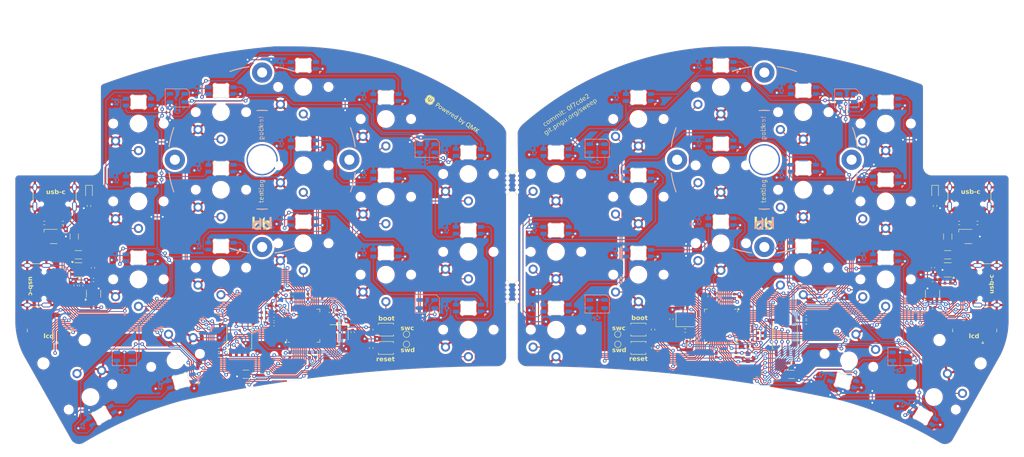
<source format=kicad_pcb>
(kicad_pcb
	(version 20241229)
	(generator "pcbnew")
	(generator_version "9.0")
	(general
		(thickness 1.6)
		(legacy_teardrops no)
	)
	(paper "A4")
	(title_block
		(title "sweep")
		(date "2025-05-24")
		(rev "0.2.0")
		(company "pngu.org")
		(comment 1 "Solderpad Hardware License v2.1")
	)
	(layers
		(0 "F.Cu" signal)
		(2 "B.Cu" signal)
		(9 "F.Adhes" user "F.Adhesive")
		(11 "B.Adhes" user "B.Adhesive")
		(13 "F.Paste" user)
		(15 "B.Paste" user)
		(5 "F.SilkS" user "F.Silkscreen")
		(7 "B.SilkS" user "B.Silkscreen")
		(1 "F.Mask" user)
		(3 "B.Mask" user)
		(17 "Dwgs.User" user "User.Drawings")
		(19 "Cmts.User" user "User.Comments")
		(21 "Eco1.User" user "User.Eco1")
		(23 "Eco2.User" user "User.Eco2")
		(25 "Edge.Cuts" user)
		(27 "Margin" user)
		(31 "F.CrtYd" user "F.Courtyard")
		(29 "B.CrtYd" user "B.Courtyard")
		(35 "F.Fab" user)
		(33 "B.Fab" user)
	)
	(setup
		(pad_to_mask_clearance 0)
		(allow_soldermask_bridges_in_footprints no)
		(tenting front back)
		(pcbplotparams
			(layerselection 0x00000000_00000000_55555555_5755f5ff)
			(plot_on_all_layers_selection 0x00000000_00000000_00000000_00000000)
			(disableapertmacros no)
			(usegerberextensions yes)
			(usegerberattributes yes)
			(usegerberadvancedattributes yes)
			(creategerberjobfile yes)
			(dashed_line_dash_ratio 12.000000)
			(dashed_line_gap_ratio 3.000000)
			(svgprecision 6)
			(plotframeref no)
			(mode 1)
			(useauxorigin no)
			(hpglpennumber 1)
			(hpglpenspeed 20)
			(hpglpendiameter 15.000000)
			(pdf_front_fp_property_popups yes)
			(pdf_back_fp_property_popups yes)
			(pdf_metadata yes)
			(pdf_single_document no)
			(dxfpolygonmode yes)
			(dxfimperialunits yes)
			(dxfusepcbnewfont yes)
			(psnegative no)
			(psa4output no)
			(plot_black_and_white yes)
			(sketchpadsonfab no)
			(plotpadnumbers no)
			(hidednponfab no)
			(sketchdnponfab yes)
			(crossoutdnponfab yes)
			(subtractmaskfromsilk yes)
			(outputformat 1)
			(mirror no)
			(drillshape 0)
			(scaleselection 1)
			(outputdirectory "production/")
		)
	)
	(net 0 "")
	(net 1 "SW1_L")
	(net 2 "GND")
	(net 3 "SW2_L")
	(net 4 "SW3_L")
	(net 5 "SW4_L")
	(net 6 "SW5_L")
	(net 7 "SW6_L")
	(net 8 "SW7_L")
	(net 9 "SW8_L")
	(net 10 "SW9_L")
	(net 11 "SW10_L")
	(net 12 "SW11_L")
	(net 13 "SW12_L")
	(net 14 "SW13_L")
	(net 15 "SW14_L")
	(net 16 "SW15_L")
	(net 17 "SW16_L")
	(net 18 "SW17_L")
	(net 19 "SW1_R")
	(net 20 "SW6_R")
	(net 21 "SW11_R")
	(net 22 "SW2_R")
	(net 23 "SW7_R")
	(net 24 "SW12_R")
	(net 25 "SW3_R")
	(net 26 "SW8_R")
	(net 27 "SW13_R")
	(net 28 "SW4_R")
	(net 29 "SW9_R")
	(net 30 "SW14_R")
	(net 31 "SW16_R")
	(net 32 "SW5_R")
	(net 33 "SW10_R")
	(net 34 "SW15_R")
	(net 35 "SW17_R")
	(net 36 "+5V")
	(net 37 "+3V3")
	(net 38 "+1V1")
	(net 39 "Net-(C10-Pad2)")
	(net 40 "XIN_L")
	(net 41 "VBUS")
	(net 42 "Net-(J1-CC1)")
	(net 43 "XIN_R")
	(net 44 "unconnected-(J1-SBU1-PadA8)")
	(net 45 "L_D+")
	(net 46 "unconnected-(J1-SBU2-PadB8)")
	(net 47 "Net-(J1-CC2)")
	(net 48 "L_D-")
	(net 49 "SWC_L")
	(net 50 "RESET_L")
	(net 51 "unconnected-(J3-CC2-PadB5)")
	(net 52 "unconnected-(J3-CC1-PadA5)")
	(net 53 "unconnected-(J5-CC1-PadA5)")
	(net 54 "unconnected-(J5-CC2-PadB5)")
	(net 55 "unconnected-(J3-SBU2-PadB8)")
	(net 56 "TX_L")
	(net 57 "unconnected-(J3-SBU1-PadA8)")
	(net 58 "RX_L")
	(net 59 "Net-(U1-USB_DP)")
	(net 60 "Net-(U1-USB_DM)")
	(net 61 "SWD_L")
	(net 62 "Net-(R7-Pad1)")
	(net 63 "R_D-")
	(net 64 "Net-(R8-Pad1)")
	(net 65 "HAND_L")
	(net 66 "R_D+")
	(net 67 "Net-(C22-Pad2)")
	(net 68 "LCD_CS_L")
	(net 69 "Net-(J4-CC2)")
	(net 70 "Net-(J4-CC1)")
	(net 71 "unconnected-(J4-SBU1-PadA8)")
	(net 72 "unconnected-(J4-SBU2-PadB8)")
	(net 73 "Net-(U11-+)")
	(net 74 "LCD_RST_L")
	(net 75 "SPI_MOSI_L")
	(net 76 "unconnected-(J5-SBU1-PadA8)")
	(net 77 "SWC_R")
	(net 78 "SWD_R")
	(net 79 "LCD_CS_R")
	(net 80 "unconnected-(J5-SBU2-PadB8)")
	(net 81 "RESET_R")
	(net 82 "LCD_BL_L")
	(net 83 "Net-(U12-+)")
	(net 84 "XOUT_L")
	(net 85 "unconnected-(U1-GPIO29_ADC3-Pad41)")
	(net 86 "unconnected-(U3-IO2-Pad3)")
	(net 87 "unconnected-(U3-IO3-Pad4)")
	(net 88 "RX_R")
	(net 89 "TX_R")
	(net 90 "Net-(U5-USB_DP)")
	(net 91 "Net-(U5-USB_DM)")
	(net 92 "Net-(R15-Pad1)")
	(net 93 "Net-(R17-Pad2)")
	(net 94 "QSEL_L")
	(net 95 "SPI_MISO_L")
	(net 96 "SPI_SCK_L")
	(net 97 "VOLT_MEAS_L")
	(net 98 "HAND_R")
	(net 99 "VOLT_MEAS_R")
	(net 100 "SPI_MISO_R")
	(net 101 "unconnected-(U5-GPIO29_ADC3-Pad41)")
	(net 102 "LCD_RST_R")
	(net 103 "LCD_BL_R")
	(net 104 "unconnected-(U6-IO3-Pad4)")
	(net 105 "unconnected-(U6-IO2-Pad3)")
	(net 106 "QSEL_R")
	(net 107 "XOUT_R")
	(net 108 "QIO0_L")
	(net 109 "QIO3_L")
	(net 110 "QIO1_L")
	(net 111 "Net-(D1-A)")
	(net 112 "QIO2_L")
	(net 113 "QCLK_L")
	(net 114 "Net-(D2-A)")
	(net 115 "QIO3_R")
	(net 116 "QIO0_R")
	(net 117 "QCLK_R")
	(net 118 "QIO2_R")
	(net 119 "QIO1_R")
	(net 120 "LED_L")
	(net 121 "LED_R")
	(net 122 "LED_5V_L")
	(net 123 "LED_5V_R")
	(net 124 "ULED_L")
	(net 125 "Net-(LED1-DIN)")
	(net 126 "Net-(LED2-DIN)")
	(net 127 "Net-(LED3-DIN)")
	(net 128 "Net-(LED4-DIN)")
	(net 129 "Net-(LED5-DIN)")
	(net 130 "Net-(LED11-DOUT)")
	(net 131 "Net-(LED6-DIN)")
	(net 132 "Net-(LED7-DIN)")
	(net 133 "Net-(LED8-DIN)")
	(net 134 "Net-(LED10-DIN)")
	(net 135 "Net-(LED11-DIN)")
	(net 136 "Net-(LED10-DOUT)")
	(net 137 "Net-(LED12-DOUT)")
	(net 138 "Net-(LED13-DOUT)")
	(net 139 "Net-(LED14-DOUT)")
	(net 140 "Net-(LED16-DIN)")
	(net 141 "Net-(LED18-DIN)")
	(net 142 "Net-(LED19-DIN)")
	(net 143 "Net-(LED20-DIN)")
	(net 144 "Net-(LED19-DOUT)")
	(net 145 "Net-(LED21-DIN)")
	(net 146 "Net-(LED22-DOUT)")
	(net 147 "Net-(LED23-DIN)")
	(net 148 "Net-(LED24-DIN)")
	(net 149 "Net-(LED25-DOUT)")
	(net 150 "Net-(LED26-DIN)")
	(net 151 "Net-(LED27-DIN)")
	(net 152 "Net-(LED28-DOUT)")
	(net 153 "Net-(LED29-DIN)")
	(net 154 "Net-(LED30-DOUT)")
	(net 155 "Net-(LED31-DIN)")
	(net 156 "Net-(LED33-DIN)")
	(net 157 "SPI_MOSI_R")
	(net 158 "Net-(D3-DOUT)")
	(net 159 "Net-(D4-DOUT)")
	(net 160 "Net-(D5-DOUT)")
	(net 161 "unconnected-(D6-DOUT-Pad2)")
	(net 162 "Net-(D7-DOUT)")
	(net 163 "Net-(D10-DOUT)")
	(net 164 "unconnected-(D8-DOUT-Pad2)")
	(net 165 "Net-(D10-DIN)")
	(net 166 "ULED_R")
	(net 167 "SPI_SCK_R")
	(net 168 "CURR_MEAS_L")
	(net 169 "CURR_MEAS_R")
	(footprint "Duckyb-Parts:mouse-bite-5mm-slot-with-space-for-track" (layer "F.Cu") (at 150.516 80.628))
	(footprint "Duckyb-Parts:mouse-bite-5mm-slot-with-space-for-track" (layer "F.Cu") (at 150.516 104.504))
	(footprint "Capacitor_SMD:C_0402_1005Metric" (layer "F.Cu") (at 59.1 107.85 180))
	(footprint "PCM_marbastlib-choc:SW_choc_v1_1u" (layer "F.Cu") (at 196.07 93.836))
	(footprint "PCM_marbastlib-choc:SW_choc_v1_1u" (layer "F.Cu") (at 140.946 112.702))
	(footprint "Capacitor_SMD:C_0402_1005Metric" (layer "F.Cu") (at 195.07 118.24 -90))
	(footprint "Capacitor_SMD:C_0603_1608Metric" (layer "F.Cu") (at 98.97 104.45 90))
	(footprint "PCM_marbastlib-choc:SW_choc_v1_1u" (layer "F.Cu") (at 140.946 95.702))
	(footprint "PCM_marbastlib-choc:SW_choc_v1_1u" (layer "F.Cu") (at 104.902 59.702))
	(footprint "Resistor_SMD:R_0402_1005Metric" (layer "F.Cu") (at 107.55 118.26 -90))
	(footprint "TestPoint:TestPoint_Pad_D1.0mm" (layer "F.Cu") (at 127.428 113.694 -90))
	(footprint "Resistor_SMD:R_0402_1005Metric" (layer "F.Cu") (at 188.28 112.9))
	(footprint "PCM_marbastlib-choc:SW_choc_v1_1u" (layer "F.Cu") (at 86.914 65.202))
	(footprint "Capacitor_SMD:C_0402_1005Metric" (layer "F.Cu") (at 98.49 108.68 180))
	(footprint "Button_Switch_SMD:SW_SPST_B3U-1000P" (layer "F.Cu") (at 122.928 116.694 180))
	(footprint "PCM_marbastlib-choc:SW_choc_v1_1u" (layer "F.Cu") (at 178.07 100.69))
	(footprint "TestPoint:TestPoint_Pad_D1.0mm" (layer "F.Cu") (at 127.428 115.894 -90))
	(footprint "Capacitor_SMD:C_0402_1005Metric" (layer "F.Cu") (at 98.49 111.54 180))
	(footprint "Package_DFN_QFN:QFN-56-1EP_7x7mm_P0.4mm_EP3.2x3.2mm" (layer "F.Cu") (at 196.07 111.836 -90))
	(footprint "PCM_marbastlib-various:SOT-23-6-routable" (layer "F.Cu") (at 50.38 92.36))
	(footprint "Button_Switch_SMD:SW_SPST_B3U-1000P" (layer "F.Cu") (at 178.07 116.69))
	(footprint "PCM_marbastlib-choc:SW_choc_v1_1u" (layer "F.Cu") (at 140.946 78.702))
	(footprint "Package_SO:SOIC-8_5.23x5.23mm_P1.27mm" (layer "F.Cu") (at 90.914 114.17 90))
	(footprint "Resistor_SMD:R_0402_1005Metric" (layer "F.Cu") (at 204.67 113.42 180))
	(footprint "PCM_marbastlib-choc:SW_choc_v1_1u" (layer "F.Cu") (at 214.07 82.152))
	(footprint "Capacitor_SMD:C_0402_1005Metric" (layer "F.Cu") (at 59.1 101.85 180))
	(footprint "PCM_marbastlib-choc:SW_choc_v1_1u" (layer "F.Cu") (at 122.928 66.702))
	(footprint "Resistor_SMD:R_0402_1005Metric" (layer "F.Cu") (at 119.728 116.694 90))
	(footprint "PCM_marbastlib-choc:SW_choc_v1_1u" (layer "F.Cu") (at 232.07 67.702))
	(footprint "Package_TO_SOT_SMD:SOT-563" (layer "F.Cu") (at 92.34 122.43 180))
	(footprint "Resistor_SMD:R_0402_1005Metric" (layer "F.Cu") (at 56.4 103.06 -90))
	(footprint "Capacitor_SMD:C_0402_1005Metric" (layer "F.Cu") (at 189.97 114.736 -90))
	(footprint "Resistor_SMD:R_0402_1005Metric" (layer "F.Cu") (at 55.2 103.06 90))
	(footprint "Resistor_SMD:R_0402_1005Metric" (layer "F.Cu") (at 181.27 116.69 90))
	(footprint "Capacitor_SMD:C_0402_1005Metric" (layer "F.Cu") (at 58.98 99.19 -90))
	(footprint "Capacitor_SMD:C_0402_1005Metric"
		(layer "F.Cu")
		(uuid "493166d2-42ac-464a-a943-3e016aaf10d3")
		(at 202.47 111.92)
		(descr "Capacitor SMD 0402 (1005 Metric), square (rectangular) end terminal, IPC_7351 nominal, (Body size source: IPC-SM-782 page 76, https://www.pcb-3d.com/wordpress/wp-content/uploads/ipc-sm-782a_amendment_1_and_2.pdf), generated with kicad-footprint-generator")
		(tags "capacitor")
		(property "Reference" "C5"
			(at 0 -1.16 0)
			(layer "F.SilkS")
			(hide yes)
			(uuid "c205b897-7ad1-4061-8148-a3294dbbf326")
			(effects
				(font
					(size 1 1)
					(thickness 0.15)
				)
			)
		)
		(property "Value" "100n"
			(at 0 1.16 0)
			(layer "F.Fab")
			(uuid "71a659c2-292e-4238-a25e-98b9c754fbe7")
			(effects
				(font
					(size 1 1)
					(thickness 0.15)
				)
			)
		)
		(property "Datasheet" ""
			(at 0 0 0)
			(unlocked yes)
			(layer "F.Fab")
			(hide yes)
			(uuid "9805d1a4-3981-4941-a8dc-46ded1b43593")
			(effects
				(font
					(size 1.27 1.27)
					(thickness 0.15)
				)
			)
		)
		(property "Description" "Unpolarized capacitor, small symbol"
			(at 0 0 0)
			(unlocked yes)
			(layer "F.Fab")
			(hide yes)
			(uuid "ee8f43f5-dcfb-4600-9691-a2f478bba178")
			(effects
				(font
					(size 1.27 1.27)
					(thickness 0.15)
				)
			)
		)
		(property ki_fp_filters "C_*")
		(path "/acf4bbc5-12e7-4548-973e-9e6584d710bf")
		(sheetname "/")
		(sheetfile "sweep.kicad_sch")
		(attr smd)
		(fp_line
			(start -0.107836 -0.36)
			(end 0.107836 -0.36)
			(stroke
				(width 0.12)
				(type solid)
			)
			(layer "F.SilkS")
			(uuid "c35e5c07-6250-401a-a4ec-2f562d56753f")
		)
		(fp_line
			(start -0.107836 0.36)
			(end 0.107836 0.36)
			(stroke
				(width 0.12)
				(type solid)
			)
			(layer "F.SilkS")
			(uuid "f5b98d08-f395-4c1b-8dbf-7f0ba9046531")
		)
		(fp_line
			(start -0.91 -0.46)
			(end 0.91 -0.46)
			(stroke
				(width 0.05)
				(type solid)
			)
			(layer "F.CrtYd")
			(uuid "fbb56c53-e7b7-43f7-ac01-3d576d406bbe")
		)
		(fp_line
			(start -0.91 0.46)
			(end -0.91 -0.46)
			(stroke
				(width 0.05)
				(type solid)
			)
			(layer "F.CrtYd")
			(uuid "dbe1f5d9-9f5f-45c1-b56f-fde2347102d7")
		)
		(fp_line
			(start 0.91 -0.46)
			(end 0.91 0.46)
			(stroke
				(width 0.05)
				(type solid)
			)
			(layer "F.CrtYd")
			(uuid "a9ab46f0-fbf0-41a4-b987-7d608501d75d")
		)
		(fp_line
			(start 0.91 0.46)
			(end -0.91 0.46)
			(stroke
				(width 0.05)
				(type solid)
			)
			(layer "F.CrtYd")
			(uuid "41338c03-4516-4675-9956-f1d8b535d47c")
		)
		(fp_line
			(start -0.5 -0.25)
			(end 0.5 -0.25)
			(stroke
				(width 0.1)
				(type solid)
			)
			(layer "F.Fab")
			(uuid "59ea8792-3768-499e-88ee-6c8bb0f762e8")
		)
		(fp_line
			(start -0.5 0.25)
			(end -0.5 -0.25)
			(stroke
				(width 0.1)
				(type solid)
			)
			(layer "F.Fab")
			(uuid "0102a490-82cd-4ee9-b7d6-8d4adea6fe79")
		)
		(fp_line
			(start 0.5 -0.25)
			(end 0.5 0.25)
			(stroke
				(width 0.1)
				(type solid)
			)
			(layer "F.Fab")
			(uuid "c3841e6c-a743-4d33-b851-d87567b7e22b")
		)
		(fp_line
			(start 0.5 0.25)
			(end -0.5 0.25)
			(stroke
				(width 0.1)
				(type solid)
			)
			(layer "F.Fab")
			(uuid "fe09de24-cb1f-4259-8224-0680e4d26563")
		)
		(fp_text user "${REFERENCE}"
			(at 0 0 0)
			(layer "F.Fab")
			(uuid "c6355351-6e6e-4dae-8ab4-5dc6a1d974c2")
			(effects
				(font
					(size 0.25 0.25)
					(thickness 0.04)
				)
			)
		)
		(pad "1" smd roundrect
			(at -0.48 0)
			(size 0.56 0.62)
			(layers "F.Cu" "F.Mask" "F.Paste")
			(roundrect_rratio 0.25)
			(net 38 "+1V1")
			(pintype "passive")
			(uuid "b6e9c90e-a23d-4622-8f7d-03d8d77f052d")
		)
		(pad "2" smd roundrect
			(at 0.48 0)
			(size 0.56 0.62)
			(layers "F.Cu" "F.Mask" "F.Paste")
			(roundrect_rratio 0.25)
			(net 2 "GND")
			(pintype "passive")
			(uuid "8fc46c0d-c24e-442a-a7bc-68bd37cc7ec5")
		)
		(embedded_fonts no)
		(model "${KIC
... [3499792 chars truncated]
</source>
